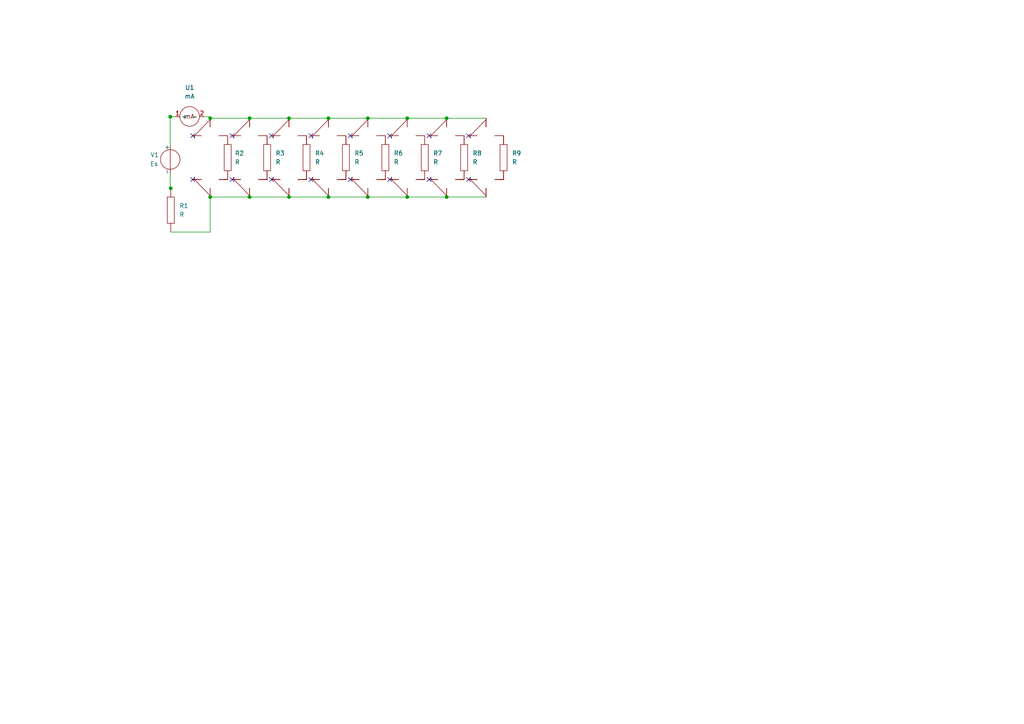
<source format=kicad_sch>
(kicad_sch (version 20211123) (generator eeschema)

  (uuid d985f867-0dc3-4505-8971-92ded53a25e3)

  (paper "A4")

  (lib_symbols
    (symbol "Rly_1" (pin_numbers hide) (pin_names hide) (in_bom yes) (on_board yes)
      (property "Reference" "U" (id 0) (at -3.6576 -1.5748 0)
        (effects (font (size 1.27 1.27)))
      )
      (property "Value" "Rly_1" (id 1) (at 0.254 -2.8956 0)
        (effects (font (size 1.27 1.27)))
      )
      (property "Footprint" "" (id 2) (at 0 0 0)
        (effects (font (size 1.27 1.27)) hide)
      )
      (property "Datasheet" "" (id 3) (at 0 0 0)
        (effects (font (size 1.27 1.27)) hide)
      )
      (symbol "Rly_1_0_1"
        (polyline
          (pts
            (xy -5.08 0)
            (xy -3.9116 0)
          )
          (stroke (width 0) (type default) (color 0 0 0 0))
          (fill (type none))
        )
        (polyline
          (pts
            (xy 3.9116 0)
            (xy 5.08 0)
          )
          (stroke (width 0) (type default) (color 0 0 0 0))
          (fill (type none))
        )
        (polyline
          (pts
            (xy 0 4.6736)
            (xy -4.572 0)
            (xy -4.572 -0.7112)
          )
          (stroke (width 0) (type default) (color 0 0 0 0))
          (fill (type none))
        )
      )
      (symbol "Rly_1_1_1"
        (pin passive line (at 0 5.08 270) (length 2.54)
          (name "Com" (effects (font (size 1.27 1.27))))
          (number "1" (effects (font (size 1.27 1.27))))
        )
        (pin passive line (at -5.08 0 0) (length 2.54)
          (name "NC" (effects (font (size 1.27 1.27))))
          (number "2" (effects (font (size 1.27 1.27))))
        )
        (pin passive line (at 5.08 0 180) (length 2.54)
          (name "NO" (effects (font (size 1.27 1.27))))
          (number "3" (effects (font (size 1.27 1.27))))
        )
      )
    )
    (symbol "Rly_2" (pin_numbers hide) (pin_names hide) (in_bom yes) (on_board yes)
      (property "Reference" "U" (id 0) (at -3.6576 -1.5748 0)
        (effects (font (size 1.27 1.27)))
      )
      (property "Value" "Rly_2" (id 1) (at 0.254 -2.8956 0)
        (effects (font (size 1.27 1.27)))
      )
      (property "Footprint" "" (id 2) (at 0 0 0)
        (effects (font (size 1.27 1.27)) hide)
      )
      (property "Datasheet" "" (id 3) (at 0 0 0)
        (effects (font (size 1.27 1.27)) hide)
      )
      (symbol "Rly_2_0_1"
        (polyline
          (pts
            (xy -5.08 0)
            (xy -3.9116 0)
          )
          (stroke (width 0) (type default) (color 0 0 0 0))
          (fill (type none))
        )
        (polyline
          (pts
            (xy 3.9116 0)
            (xy 5.08 0)
          )
          (stroke (width 0) (type default) (color 0 0 0 0))
          (fill (type none))
        )
        (polyline
          (pts
            (xy 0 4.6736)
            (xy -4.572 0)
            (xy -4.572 -0.7112)
          )
          (stroke (width 0) (type default) (color 0 0 0 0))
          (fill (type none))
        )
      )
      (symbol "Rly_2_1_1"
        (pin passive line (at 0 5.08 270) (length 2.54)
          (name "Com" (effects (font (size 1.27 1.27))))
          (number "1" (effects (font (size 1.27 1.27))))
        )
        (pin passive line (at -5.08 0 0) (length 2.54)
          (name "NC" (effects (font (size 1.27 1.27))))
          (number "2" (effects (font (size 1.27 1.27))))
        )
        (pin passive line (at 5.08 0 180) (length 2.54)
          (name "NO" (effects (font (size 1.27 1.27))))
          (number "3" (effects (font (size 1.27 1.27))))
        )
      )
    )
    (symbol "pspice:R" (pin_numbers hide) (pin_names (offset 0)) (in_bom yes) (on_board yes)
      (property "Reference" "R" (id 0) (at 2.032 0 90)
        (effects (font (size 1.27 1.27)))
      )
      (property "Value" "R" (id 1) (at 0 0 90)
        (effects (font (size 1.27 1.27)))
      )
      (property "Footprint" "" (id 2) (at 0 0 0)
        (effects (font (size 1.27 1.27)) hide)
      )
      (property "Datasheet" "~" (id 3) (at 0 0 0)
        (effects (font (size 1.27 1.27)) hide)
      )
      (property "ki_keywords" "resistor simulation" (id 4) (at 0 0 0)
        (effects (font (size 1.27 1.27)) hide)
      )
      (property "ki_description" "Resistor symbol for simulation only" (id 5) (at 0 0 0)
        (effects (font (size 1.27 1.27)) hide)
      )
      (symbol "R_0_1"
        (rectangle (start -1.016 3.81) (end 1.016 -3.81)
          (stroke (width 0) (type default) (color 0 0 0 0))
          (fill (type none))
        )
      )
      (symbol "R_1_1"
        (pin passive line (at 0 6.35 270) (length 2.54)
          (name "~" (effects (font (size 1.27 1.27))))
          (number "1" (effects (font (size 1.27 1.27))))
        )
        (pin passive line (at 0 -6.35 90) (length 2.54)
          (name "~" (effects (font (size 1.27 1.27))))
          (number "2" (effects (font (size 1.27 1.27))))
        )
      )
    )
    (symbol "test2021:Es" (pin_numbers hide) (pin_names (offset 0)) (in_bom yes) (on_board yes)
      (property "Reference" "V" (id 0) (at -3.5306 2.667 0)
        (effects (font (size 1.27 1.27)))
      )
      (property "Value" "Es" (id 1) (at -2.9972 -3.3782 0)
        (effects (font (size 1.27 1.27)))
      )
      (property "Footprint" "" (id 2) (at -1.778 -0.0508 90)
        (effects (font (size 1.27 1.27)) hide)
      )
      (property "Datasheet" "~" (id 3) (at -3.5306 -1.1176 0)
        (effects (font (size 1.27 1.27)) hide)
      )
      (property "ki_keywords" "R res resistor" (id 4) (at 0 0 0)
        (effects (font (size 1.27 1.27)) hide)
      )
      (property "ki_description" "Resistor" (id 5) (at 0 0 0)
        (effects (font (size 1.27 1.27)) hide)
      )
      (property "ki_fp_filters" "R_*" (id 6) (at 0 0 0)
        (effects (font (size 1.27 1.27)) hide)
      )
      (symbol "Es_0_1"
        (circle (center 0 -0.0508) (radius 2.8398)
          (stroke (width 0) (type default) (color 0 0 0 0))
          (fill (type none))
        )
        (polyline
          (pts
            (xy 0 2.7686)
            (xy 0 2.7686)
          )
          (stroke (width 0) (type default) (color 0 0 0 0))
          (fill (type none))
        )
        (polyline
          (pts
            (xy 0 2.794)
            (xy 0 -2.921)
          )
          (stroke (width 0) (type default) (color 0 0 0 0))
          (fill (type none))
        )
      )
      (symbol "Es_1_1"
        (pin passive line (at 0 4.0894 270) (length 1.27)
          (name "+" (effects (font (size 1.27 1.27))))
          (number "1" (effects (font (size 1.27 1.27))))
        )
        (pin passive line (at 0 -4.2164 90) (length 1.27)
          (name "-" (effects (font (size 1.27 1.27))))
          (number "2" (effects (font (size 1.27 1.27))))
        )
      )
    )
    (symbol "test2021:mA" (in_bom yes) (on_board yes)
      (property "Reference" "U" (id 0) (at -1.1176 -3.556 0)
        (effects (font (size 1.27 1.27)))
      )
      (property "Value" "mA" (id 1) (at -4.6736 3.7592 0)
        (effects (font (size 1.27 1.27)))
      )
      (property "Footprint" "" (id 2) (at 0 0.0254 0)
        (effects (font (size 1.27 1.27)) hide)
      )
      (property "Datasheet" "" (id 3) (at 0 0.0254 0)
        (effects (font (size 1.27 1.27)) hide)
      )
      (symbol "mA_0_0"
        (text "mA" (at -0.1016 0.0508 0)
          (effects (font (size 1.27 1.27)))
        )
      )
      (symbol "mA_0_1"
        (circle (center -0.1143 0.0635) (radius 2.8398)
          (stroke (width 0) (type default) (color 0 0 0 0))
          (fill (type none))
        )
        (polyline
          (pts
            (xy -2.9337 0.0635)
            (xy -2.9337 0.0635)
          )
          (stroke (width 0) (type default) (color 0 0 0 0))
          (fill (type none))
        )
      )
      (symbol "mA_1_1"
        (pin passive line (at -4.2672 0 0) (length 1.27)
          (name "+" (effects (font (size 1.27 1.27))))
          (number "1" (effects (font (size 1.27 1.27))))
        )
        (pin passive line (at 4.064 0 180) (length 1.27)
          (name "-" (effects (font (size 1.27 1.27))))
          (number "2" (effects (font (size 1.27 1.27))))
        )
      )
    )
  )

  (junction (at 60.96 34.29) (diameter 0) (color 0 0 0 0)
    (uuid 321ccd52-7ccd-4cf4-841f-ab87e8b442f1)
  )
  (junction (at 95.25 34.29) (diameter 0) (color 0 0 0 0)
    (uuid 366b227a-6479-4da7-a423-686e7f1bad41)
  )
  (junction (at 60.96 57.15) (diameter 0) (color 0 0 0 0)
    (uuid 389025c2-28d5-4fb3-9ea9-1d842404f34a)
  )
  (junction (at 49.53 54.61) (diameter 0) (color 0 0 0 0)
    (uuid 4320c7e9-353a-4854-a78c-9c8179f82ffd)
  )
  (junction (at 118.11 34.29) (diameter 0) (color 0 0 0 0)
    (uuid 4c36abc7-22bd-42b4-9171-915c5b988f23)
  )
  (junction (at 49.3776 33.8582) (diameter 0) (color 0 0 0 0)
    (uuid 5958a3f7-d19f-4e89-a31f-6114d44db07d)
  )
  (junction (at 129.54 34.29) (diameter 0) (color 0 0 0 0)
    (uuid 668182bb-3536-4256-b24d-db43991fd84e)
  )
  (junction (at 129.54 57.15) (diameter 0) (color 0 0 0 0)
    (uuid 735449fc-b3e1-4c27-a95c-82e35fe1f659)
  )
  (junction (at 83.82 34.29) (diameter 0) (color 0 0 0 0)
    (uuid 833f6c7e-91e9-4ef4-ab57-444e4c589ac6)
  )
  (junction (at 83.82 57.15) (diameter 0) (color 0 0 0 0)
    (uuid 9800269c-138f-4b10-b6ec-33f31787109e)
  )
  (junction (at 106.68 57.15) (diameter 0) (color 0 0 0 0)
    (uuid a0951a0f-d1dc-4942-8493-f10eff6f342d)
  )
  (junction (at 72.39 57.15) (diameter 0) (color 0 0 0 0)
    (uuid a6762649-c721-48f6-a04c-9b37e3f87359)
  )
  (junction (at 72.39 34.29) (diameter 0) (color 0 0 0 0)
    (uuid af7d99ba-c486-4aef-b0e4-47f086733749)
  )
  (junction (at 118.11 57.15) (diameter 0) (color 0 0 0 0)
    (uuid b8ebb919-9c24-4ace-b780-fd42092f922d)
  )
  (junction (at 106.68 34.29) (diameter 0) (color 0 0 0 0)
    (uuid ca81c09a-f32e-4111-8c3d-9e909ac34475)
  )
  (junction (at 49.403 33.8582) (diameter 0) (color 0 0 0 0)
    (uuid da516034-5c5d-46b5-9d77-f5e980cdb6c8)
  )
  (junction (at 95.25 57.15) (diameter 0) (color 0 0 0 0)
    (uuid db2d995a-f313-4ca3-9324-71e639241ce7)
  )

  (no_connect (at 55.88 39.37) (uuid 1fb1b1b5-cfe0-4f47-98b1-78723282e652))
  (no_connect (at 67.31 52.07) (uuid 1fb1b1b5-cfe0-4f47-98b1-78723282e652))
  (no_connect (at 90.17 39.37) (uuid 1fb1b1b5-cfe0-4f47-98b1-78723282e652))
  (no_connect (at 78.74 52.07) (uuid 1fb1b1b5-cfe0-4f47-98b1-78723282e652))
  (no_connect (at 78.74 39.37) (uuid 1fb1b1b5-cfe0-4f47-98b1-78723282e652))
  (no_connect (at 55.88 52.07) (uuid 1fb1b1b5-cfe0-4f47-98b1-78723282e652))
  (no_connect (at 67.31 39.37) (uuid 1fb1b1b5-cfe0-4f47-98b1-78723282e652))
  (no_connect (at 90.17 52.07) (uuid 1fb1b1b5-cfe0-4f47-98b1-78723282e652))
  (no_connect (at 124.46 39.37) (uuid 1fb1b1b5-cfe0-4f47-98b1-78723282e652))
  (no_connect (at 135.89 39.37) (uuid 1fb1b1b5-cfe0-4f47-98b1-78723282e652))
  (no_connect (at 113.03 52.07) (uuid 1fb1b1b5-cfe0-4f47-98b1-78723282e652))
  (no_connect (at 135.89 52.07) (uuid 1fb1b1b5-cfe0-4f47-98b1-78723282e652))
  (no_connect (at 124.46 52.07) (uuid 1fb1b1b5-cfe0-4f47-98b1-78723282e652))
  (no_connect (at 101.6 52.07) (uuid 1fb1b1b5-cfe0-4f47-98b1-78723282e652))
  (no_connect (at 101.6 39.37) (uuid 1fb1b1b5-cfe0-4f47-98b1-78723282e652))
  (no_connect (at 113.03 39.37) (uuid 1fb1b1b5-cfe0-4f47-98b1-78723282e652))

  (wire (pts (xy 95.25 34.29) (xy 106.68 34.29))
    (stroke (width 0) (type default) (color 0 0 0 0))
    (uuid 0334d7b4-8262-45ea-8b57-63cab264b6af)
  )
  (wire (pts (xy 95.25 57.15) (xy 106.68 57.15))
    (stroke (width 0) (type default) (color 0 0 0 0))
    (uuid 0e5ee28a-4f9f-49b4-97eb-2680bb1aec08)
  )
  (wire (pts (xy 49.3776 50.419) (xy 49.3776 54.61))
    (stroke (width 0) (type default) (color 0 0 0 0))
    (uuid 1856ee98-ea09-4055-bc44-9f10141f578f)
  )
  (wire (pts (xy 129.54 57.15) (xy 140.97 57.15))
    (stroke (width 0) (type default) (color 0 0 0 0))
    (uuid 1da64c81-c8f1-41d3-afca-9d5ebfdeb50c)
  )
  (wire (pts (xy 49.3776 33.8582) (xy 49.403 33.8582))
    (stroke (width 0) (type default) (color 0 0 0 0))
    (uuid 22293862-f904-4e5c-90e8-0230c34dbf8c)
  )
  (wire (pts (xy 83.82 57.15) (xy 95.25 57.15))
    (stroke (width 0) (type default) (color 0 0 0 0))
    (uuid 2c030bf6-3f4b-49db-90d3-06ae67804aaf)
  )
  (wire (pts (xy 49.53 67.31) (xy 60.96 67.31))
    (stroke (width 0) (type default) (color 0 0 0 0))
    (uuid 50567413-9c5f-41dc-80c1-2d21e3369b69)
  )
  (wire (pts (xy 60.96 57.15) (xy 60.96 67.31))
    (stroke (width 0) (type default) (color 0 0 0 0))
    (uuid 57c2ec0e-2ada-45c6-a80d-527313bf7934)
  )
  (wire (pts (xy 72.39 34.29) (xy 83.82 34.29))
    (stroke (width 0) (type default) (color 0 0 0 0))
    (uuid 75efcb87-729a-4689-8f96-742f348a378e)
  )
  (wire (pts (xy 49.3776 42.1132) (xy 49.3776 33.8582))
    (stroke (width 0) (type default) (color 0 0 0 0))
    (uuid 7afe676b-a9d6-4a50-930c-2afb540304a6)
  )
  (wire (pts (xy 118.11 34.29) (xy 129.54 34.29))
    (stroke (width 0) (type default) (color 0 0 0 0))
    (uuid 7c2c86a1-0ad7-45b5-abc7-26a22339d972)
  )
  (wire (pts (xy 59.182 33.8328) (xy 60.96 33.8328))
    (stroke (width 0) (type default) (color 0 0 0 0))
    (uuid 9b068f68-b8a4-4be0-9c8d-1b53087c23aa)
  )
  (wire (pts (xy 83.82 34.29) (xy 95.25 34.29))
    (stroke (width 0) (type default) (color 0 0 0 0))
    (uuid afd4f5e5-c688-42eb-b56b-558e470b68cf)
  )
  (wire (pts (xy 49.3776 54.61) (xy 49.53 54.61))
    (stroke (width 0) (type default) (color 0 0 0 0))
    (uuid be78cb07-856c-4991-821e-7c16736a51f3)
  )
  (wire (pts (xy 129.54 34.29) (xy 140.97 34.29))
    (stroke (width 0) (type default) (color 0 0 0 0))
    (uuid c23ae2a4-e251-4295-8ef8-4e5e147e6b0f)
  )
  (wire (pts (xy 60.96 57.15) (xy 72.39 57.15))
    (stroke (width 0) (type default) (color 0 0 0 0))
    (uuid c2402c5f-e347-41cd-a2d9-7c0a695346f5)
  )
  (wire (pts (xy 118.11 57.15) (xy 129.54 57.15))
    (stroke (width 0) (type default) (color 0 0 0 0))
    (uuid c6005ed9-8800-4b4c-9297-3dce6e6a3062)
  )
  (wire (pts (xy 72.39 57.15) (xy 83.82 57.15))
    (stroke (width 0) (type default) (color 0 0 0 0))
    (uuid d1fe365c-64d1-4de5-8442-c59d9fce7bc9)
  )
  (wire (pts (xy 106.68 57.15) (xy 118.11 57.15))
    (stroke (width 0) (type default) (color 0 0 0 0))
    (uuid dfee6f7c-6dc9-46a3-bb85-dd78c373e6fd)
  )
  (wire (pts (xy 49.3776 33.8582) (xy 50.8508 33.8328))
    (stroke (width 0) (type default) (color 0 0 0 0))
    (uuid e239b0fa-13f3-4c32-b60f-226874e04eb1)
  )
  (wire (pts (xy 60.96 34.29) (xy 72.39 34.29))
    (stroke (width 0) (type default) (color 0 0 0 0))
    (uuid e499e738-8cab-4187-b4ce-a20b030e6d75)
  )
  (wire (pts (xy 106.68 34.29) (xy 118.11 34.29))
    (stroke (width 0) (type default) (color 0 0 0 0))
    (uuid f0104375-d50f-4f1c-932f-9c8a7546b7cf)
  )
  (wire (pts (xy 60.96 33.8328) (xy 60.96 34.29))
    (stroke (width 0) (type default) (color 0 0 0 0))
    (uuid f7459467-5f0a-4b06-acb7-1eeee1b52eef)
  )

  (symbol (lib_name "Rly_2") (lib_id "test2021:Rly") (at 72.39 52.07 0) (mirror x) (unit 1)
    (in_bom yes) (on_board yes) (fields_autoplaced)
    (uuid 034894f5-4407-4fb0-bdc4-a6e211ba76c8)
    (property "Reference" "U5" (id 0) (at 72.39 49.0728 0)
      (effects (font (size 1.27 1.27)) hide)
    )
    (property "Value" "Rly" (id 1) (at 72.39 46.5328 0)
      (effects (font (size 1.27 1.27)) hide)
    )
    (property "Footprint" "test2021:RLy" (id 2) (at 72.39 52.07 0)
      (effects (font (size 1.27 1.27)) hide)
    )
    (property "Datasheet" "" (id 3) (at 72.39 52.07 0)
      (effects (font (size 1.27 1.27)) hide)
    )
    (pin "1" (uuid d8eaf2ac-c9d5-43f2-974d-60629e6ff0b7))
    (pin "2" (uuid 04da0534-0320-4ce0-ade2-a94d488beaea))
    (pin "3" (uuid 0b442404-250f-4536-b086-356522e9b228))
  )

  (symbol (lib_id "pspice:R") (at 100.33 45.72 0) (unit 1)
    (in_bom yes) (on_board yes) (fields_autoplaced)
    (uuid 053a2001-a323-4a92-954b-926c895b3907)
    (property "Reference" "R5" (id 0) (at 102.7684 44.4499 0)
      (effects (font (size 1.27 1.27)) (justify left))
    )
    (property "Value" "R" (id 1) (at 102.7684 46.9899 0)
      (effects (font (size 1.27 1.27)) (justify left))
    )
    (property "Footprint" "test2021:R" (id 2) (at 100.33 45.72 0)
      (effects (font (size 1.27 1.27)) hide)
    )
    (property "Datasheet" "~" (id 3) (at 100.33 45.72 0)
      (effects (font (size 1.27 1.27)) hide)
    )
    (pin "1" (uuid 524d52e0-d1ef-44c0-9b46-29ffd7f02e16))
    (pin "2" (uuid 2dee364a-b5af-42ab-a13e-c7a9a0d2395c))
  )

  (symbol (lib_id "pspice:R") (at 111.76 45.72 0) (unit 1)
    (in_bom yes) (on_board yes) (fields_autoplaced)
    (uuid 14436d47-05ae-4a09-9117-6a5ebea6fb9f)
    (property "Reference" "R6" (id 0) (at 114.1984 44.4499 0)
      (effects (font (size 1.27 1.27)) (justify left))
    )
    (property "Value" "R" (id 1) (at 114.1984 46.9899 0)
      (effects (font (size 1.27 1.27)) (justify left))
    )
    (property "Footprint" "test2021:R" (id 2) (at 111.76 45.72 0)
      (effects (font (size 1.27 1.27)) hide)
    )
    (property "Datasheet" "~" (id 3) (at 111.76 45.72 0)
      (effects (font (size 1.27 1.27)) hide)
    )
    (pin "1" (uuid 759ba365-3a47-41c9-b850-6765a971e105))
    (pin "2" (uuid 23c69bc0-5183-41c4-a5f2-5467dc63725e))
  )

  (symbol (lib_name "Rly_1") (lib_id "test2021:Rly") (at 106.68 39.37 0) (unit 1)
    (in_bom yes) (on_board yes) (fields_autoplaced)
    (uuid 2016dde7-f459-4119-a901-dbe9b35e2c9a)
    (property "Reference" "U10" (id 0) (at 106.68 42.3672 0)
      (effects (font (size 1.27 1.27)) hide)
    )
    (property "Value" "Rly" (id 1) (at 106.68 44.9072 0)
      (effects (font (size 1.27 1.27)) hide)
    )
    (property "Footprint" "test2021:RLy" (id 2) (at 106.68 39.37 0)
      (effects (font (size 1.27 1.27)) hide)
    )
    (property "Datasheet" "" (id 3) (at 106.68 39.37 0)
      (effects (font (size 1.27 1.27)) hide)
    )
    (pin "1" (uuid 3bd99b91-8a62-4ad4-8b22-9e4c2dcc64b8))
    (pin "2" (uuid 42a0d7d7-3536-49e9-b81f-73c6ad0e61ab))
    (pin "3" (uuid 7ee81b85-2304-4a1f-a4c5-91bc53a3a1cc))
  )

  (symbol (lib_name "Rly_1") (lib_id "test2021:Rly") (at 60.96 39.37 0) (unit 1)
    (in_bom yes) (on_board yes) (fields_autoplaced)
    (uuid 201cdc75-3996-4dcb-9778-16d66b2eeaff)
    (property "Reference" "U2" (id 0) (at 60.96 42.3672 0)
      (effects (font (size 1.27 1.27)) hide)
    )
    (property "Value" "Rly" (id 1) (at 60.96 44.9072 0)
      (effects (font (size 1.27 1.27)) hide)
    )
    (property "Footprint" "test2021:RLy" (id 2) (at 60.96 39.37 0)
      (effects (font (size 1.27 1.27)) hide)
    )
    (property "Datasheet" "" (id 3) (at 60.96 39.37 0)
      (effects (font (size 1.27 1.27)) hide)
    )
    (pin "1" (uuid 1f94f12b-8ede-4f92-9cda-61d79adf810e))
    (pin "2" (uuid f31a6455-4993-443c-acb5-3e1f8fd98794))
    (pin "3" (uuid f42d47ce-aa0a-40cb-88dd-974bf9f58266))
  )

  (symbol (lib_name "Rly_2") (lib_id "test2021:Rly") (at 106.68 52.07 0) (mirror x) (unit 1)
    (in_bom yes) (on_board yes) (fields_autoplaced)
    (uuid 2344c30b-9968-4235-9535-fabe9bd9eec7)
    (property "Reference" "U11" (id 0) (at 106.68 49.0728 0)
      (effects (font (size 1.27 1.27)) hide)
    )
    (property "Value" "Rly" (id 1) (at 106.68 46.5328 0)
      (effects (font (size 1.27 1.27)) hide)
    )
    (property "Footprint" "test2021:RLy" (id 2) (at 106.68 52.07 0)
      (effects (font (size 1.27 1.27)) hide)
    )
    (property "Datasheet" "" (id 3) (at 106.68 52.07 0)
      (effects (font (size 1.27 1.27)) hide)
    )
    (pin "1" (uuid e358e6c7-6240-4dce-8819-f21faeb81a85))
    (pin "2" (uuid 58897af7-17f4-4bd7-b176-a426325e628d))
    (pin "3" (uuid a0720be8-1e92-4acd-8b37-35821d1b6ab6))
  )

  (symbol (lib_id "pspice:R") (at 49.53 60.96 0) (unit 1)
    (in_bom yes) (on_board yes) (fields_autoplaced)
    (uuid 23b64fe4-daf5-463e-8d6c-843b3b8db5e2)
    (property "Reference" "R1" (id 0) (at 51.9684 59.6899 0)
      (effects (font (size 1.27 1.27)) (justify left))
    )
    (property "Value" "R" (id 1) (at 51.9684 62.2299 0)
      (effects (font (size 1.27 1.27)) (justify left))
    )
    (property "Footprint" "test2021:R" (id 2) (at 49.53 60.96 0)
      (effects (font (size 1.27 1.27)) hide)
    )
    (property "Datasheet" "~" (id 3) (at 49.53 60.96 0)
      (effects (font (size 1.27 1.27)) hide)
    )
    (pin "1" (uuid 3699ef8c-e55f-44e2-b336-225863e6ab77))
    (pin "2" (uuid 0ccc0c7c-07a2-46a3-8800-854f85fd5c70))
  )

  (symbol (lib_id "pspice:R") (at 123.19 45.72 0) (unit 1)
    (in_bom yes) (on_board yes) (fields_autoplaced)
    (uuid 2fcc5c72-e7a9-48b6-9e91-7f5d45462e58)
    (property "Reference" "R7" (id 0) (at 125.6284 44.4499 0)
      (effects (font (size 1.27 1.27)) (justify left))
    )
    (property "Value" "R" (id 1) (at 125.6284 46.9899 0)
      (effects (font (size 1.27 1.27)) (justify left))
    )
    (property "Footprint" "test2021:R" (id 2) (at 123.19 45.72 0)
      (effects (font (size 1.27 1.27)) hide)
    )
    (property "Datasheet" "~" (id 3) (at 123.19 45.72 0)
      (effects (font (size 1.27 1.27)) hide)
    )
    (pin "1" (uuid c9a70f23-81dc-479f-8ea0-3358849f6751))
    (pin "2" (uuid c5325a03-3c84-4bb0-ae84-243d95177f76))
  )

  (symbol (lib_id "test2021:mA") (at 55.118 33.8328 0) (unit 1)
    (in_bom yes) (on_board yes) (fields_autoplaced)
    (uuid 52e4ff3d-bcc8-4c71-bf0e-b0bc5522b10e)
    (property "Reference" "U1" (id 0) (at 55.0164 25.4 0))
    (property "Value" "mA" (id 1) (at 55.0164 27.94 0))
    (property "Footprint" "test2021:Multimeter" (id 2) (at 55.118 33.8074 0)
      (effects (font (size 1.27 1.27)) hide)
    )
    (property "Datasheet" "" (id 3) (at 55.118 33.8074 0)
      (effects (font (size 1.27 1.27)) hide)
    )
    (pin "1" (uuid caea4ccb-81cf-4785-9f2e-603c89d07968))
    (pin "2" (uuid 3c41f522-1fc2-4806-a742-b7759dcc557d))
  )

  (symbol (lib_name "Rly_1") (lib_id "test2021:Rly") (at 95.25 39.37 0) (unit 1)
    (in_bom yes) (on_board yes) (fields_autoplaced)
    (uuid 567c7fa1-7321-4fc3-b5fe-469c010ced06)
    (property "Reference" "U8" (id 0) (at 95.25 42.3672 0)
      (effects (font (size 1.27 1.27)) hide)
    )
    (property "Value" "Rly" (id 1) (at 95.25 44.9072 0)
      (effects (font (size 1.27 1.27)) hide)
    )
    (property "Footprint" "test2021:RLy" (id 2) (at 95.25 39.37 0)
      (effects (font (size 1.27 1.27)) hide)
    )
    (property "Datasheet" "" (id 3) (at 95.25 39.37 0)
      (effects (font (size 1.27 1.27)) hide)
    )
    (pin "1" (uuid af6161f5-b3cf-4894-85c3-99fe829308e3))
    (pin "2" (uuid 7bd2cd08-acf0-4390-a559-2e75a22386b8))
    (pin "3" (uuid 953b5926-ee21-4fa5-9aa1-7c6d4fa91368))
  )

  (symbol (lib_name "Rly_1") (lib_id "test2021:Rly") (at 140.97 39.37 0) (unit 1)
    (in_bom yes) (on_board yes) (fields_autoplaced)
    (uuid 5b480b81-ab53-4f7d-85f6-21d38cc2b9c5)
    (property "Reference" "U16" (id 0) (at 140.97 42.3672 0)
      (effects (font (size 1.27 1.27)) hide)
    )
    (property "Value" "Rly" (id 1) (at 140.97 44.9072 0)
      (effects (font (size 1.27 1.27)) hide)
    )
    (property "Footprint" "test2021:RLy" (id 2) (at 140.97 39.37 0)
      (effects (font (size 1.27 1.27)) hide)
    )
    (property "Datasheet" "" (id 3) (at 140.97 39.37 0)
      (effects (font (size 1.27 1.27)) hide)
    )
    (pin "1" (uuid 7f06a31c-9258-42b7-8703-6fb2daaa032a))
    (pin "2" (uuid 809a8be5-d351-4201-ab4a-3d0a442142c7))
    (pin "3" (uuid 195fe878-ff66-4197-8e75-6d8e75cbaf3a))
  )

  (symbol (lib_name "Rly_1") (lib_id "test2021:Rly") (at 118.11 39.37 0) (unit 1)
    (in_bom yes) (on_board yes) (fields_autoplaced)
    (uuid 61809edd-a4a7-461f-8d62-ddc28ddc2759)
    (property "Reference" "U12" (id 0) (at 118.11 42.3672 0)
      (effects (font (size 1.27 1.27)) hide)
    )
    (property "Value" "Rly" (id 1) (at 118.11 44.9072 0)
      (effects (font (size 1.27 1.27)) hide)
    )
    (property "Footprint" "test2021:RLy" (id 2) (at 118.11 39.37 0)
      (effects (font (size 1.27 1.27)) hide)
    )
    (property "Datasheet" "" (id 3) (at 118.11 39.37 0)
      (effects (font (size 1.27 1.27)) hide)
    )
    (pin "1" (uuid bd9c43cf-7d99-4477-9ca3-6e8dcab4e6e3))
    (pin "2" (uuid 577c3d6e-12d8-4d74-9dc0-ea65e2f52428))
    (pin "3" (uuid 883f1c8a-47e6-4309-9850-f3ce948717df))
  )

  (symbol (lib_name "Rly_2") (lib_id "test2021:Rly") (at 140.97 52.07 0) (mirror x) (unit 1)
    (in_bom yes) (on_board yes) (fields_autoplaced)
    (uuid 63bbd610-732b-4c4f-bdb4-54741448eb80)
    (property "Reference" "U17" (id 0) (at 140.97 49.0728 0)
      (effects (font (size 1.27 1.27)) hide)
    )
    (property "Value" "Rly" (id 1) (at 140.97 46.5328 0)
      (effects (font (size 1.27 1.27)) hide)
    )
    (property "Footprint" "test2021:RLy" (id 2) (at 140.97 52.07 0)
      (effects (font (size 1.27 1.27)) hide)
    )
    (property "Datasheet" "" (id 3) (at 140.97 52.07 0)
      (effects (font (size 1.27 1.27)) hide)
    )
    (pin "1" (uuid 9e1ed11b-75ce-44bb-8b2a-9478f90ed137))
    (pin "2" (uuid d350149d-9dab-40db-89e4-29613ea51b01))
    (pin "3" (uuid 0547bcbf-4471-42e6-aad9-f6eb7028be4c))
  )

  (symbol (lib_id "pspice:R") (at 134.62 45.72 0) (unit 1)
    (in_bom yes) (on_board yes) (fields_autoplaced)
    (uuid 821dda49-bbd8-4af5-a2b0-2658b43d81ac)
    (property "Reference" "R8" (id 0) (at 137.0584 44.4499 0)
      (effects (font (size 1.27 1.27)) (justify left))
    )
    (property "Value" "R" (id 1) (at 137.0584 46.9899 0)
      (effects (font (size 1.27 1.27)) (justify left))
    )
    (property "Footprint" "test2021:R" (id 2) (at 134.62 45.72 0)
      (effects (font (size 1.27 1.27)) hide)
    )
    (property "Datasheet" "~" (id 3) (at 134.62 45.72 0)
      (effects (font (size 1.27 1.27)) hide)
    )
    (pin "1" (uuid 9ec84488-5ea8-4772-b811-b92232e74f8b))
    (pin "2" (uuid f331d31f-2cdb-4f5d-81d0-6340adfd8224))
  )

  (symbol (lib_id "pspice:R") (at 88.9 45.72 0) (unit 1)
    (in_bom yes) (on_board yes) (fields_autoplaced)
    (uuid 85c493ed-2ace-444b-af54-597f9a14faf4)
    (property "Reference" "R4" (id 0) (at 91.3384 44.4499 0)
      (effects (font (size 1.27 1.27)) (justify left))
    )
    (property "Value" "R" (id 1) (at 91.3384 46.9899 0)
      (effects (font (size 1.27 1.27)) (justify left))
    )
    (property "Footprint" "test2021:R" (id 2) (at 88.9 45.72 0)
      (effects (font (size 1.27 1.27)) hide)
    )
    (property "Datasheet" "~" (id 3) (at 88.9 45.72 0)
      (effects (font (size 1.27 1.27)) hide)
    )
    (pin "1" (uuid a2c5bc17-beb0-4809-bf02-ef911ceebe86))
    (pin "2" (uuid c59c8269-4cdc-48eb-b6df-8f347e34ae2b))
  )

  (symbol (lib_id "pspice:R") (at 146.05 45.72 0) (unit 1)
    (in_bom yes) (on_board yes) (fields_autoplaced)
    (uuid 8bee980b-abfa-44f8-aaf4-e16b2ce705bd)
    (property "Reference" "R9" (id 0) (at 148.4884 44.4499 0)
      (effects (font (size 1.27 1.27)) (justify left))
    )
    (property "Value" "R" (id 1) (at 148.4884 46.9899 0)
      (effects (font (size 1.27 1.27)) (justify left))
    )
    (property "Footprint" "test2021:R" (id 2) (at 146.05 45.72 0)
      (effects (font (size 1.27 1.27)) hide)
    )
    (property "Datasheet" "~" (id 3) (at 146.05 45.72 0)
      (effects (font (size 1.27 1.27)) hide)
    )
    (pin "1" (uuid 3837340f-f7ed-4494-b89b-634774dfe71f))
    (pin "2" (uuid 71d820e6-9f14-4000-8982-10efd12e11cd))
  )

  (symbol (lib_name "Rly_2") (lib_id "test2021:Rly") (at 83.82 52.07 0) (mirror x) (unit 1)
    (in_bom yes) (on_board yes) (fields_autoplaced)
    (uuid a79a286c-ce36-42a5-9633-ee531d8497ef)
    (property "Reference" "U7" (id 0) (at 83.82 49.0728 0)
      (effects (font (size 1.27 1.27)) hide)
    )
    (property "Value" "Rly" (id 1) (at 83.82 46.5328 0)
      (effects (font (size 1.27 1.27)) hide)
    )
    (property "Footprint" "test2021:RLy" (id 2) (at 83.82 52.07 0)
      (effects (font (size 1.27 1.27)) hide)
    )
    (property "Datasheet" "" (id 3) (at 83.82 52.07 0)
      (effects (font (size 1.27 1.27)) hide)
    )
    (pin "1" (uuid 345ed130-9acc-467d-acac-44fffe96b58e))
    (pin "2" (uuid ae5128a7-43a9-449b-9ca1-e96bcc09f96b))
    (pin "3" (uuid 90dec350-2acd-4fa6-b004-e8f7bd207725))
  )

  (symbol (lib_name "Rly_1") (lib_id "test2021:Rly") (at 83.82 39.37 0) (unit 1)
    (in_bom yes) (on_board yes) (fields_autoplaced)
    (uuid af630ed1-9314-415b-8616-b1cf0f7fe952)
    (property "Reference" "U6" (id 0) (at 83.82 42.3672 0)
      (effects (font (size 1.27 1.27)) hide)
    )
    (property "Value" "Rly" (id 1) (at 83.82 44.9072 0)
      (effects (font (size 1.27 1.27)) hide)
    )
    (property "Footprint" "test2021:RLy" (id 2) (at 83.82 39.37 0)
      (effects (font (size 1.27 1.27)) hide)
    )
    (property "Datasheet" "" (id 3) (at 83.82 39.37 0)
      (effects (font (size 1.27 1.27)) hide)
    )
    (pin "1" (uuid 8885a14c-651d-4f02-b107-7de87b7037a6))
    (pin "2" (uuid 092ad2e1-3e9e-440f-9658-9ca8bdb11b39))
    (pin "3" (uuid befa32ab-ecec-415f-a690-11c922fe246f))
  )

  (symbol (lib_name "Rly_2") (lib_id "test2021:Rly") (at 95.25 52.07 0) (mirror x) (unit 1)
    (in_bom yes) (on_board yes) (fields_autoplaced)
    (uuid b22bb29e-df03-43ff-9cb1-41510ef166f3)
    (property "Reference" "U9" (id 0) (at 95.25 49.0728 0)
      (effects (font (size 1.27 1.27)) hide)
    )
    (property "Value" "Rly" (id 1) (at 95.25 46.5328 0)
      (effects (font (size 1.27 1.27)) hide)
    )
    (property "Footprint" "test2021:RLy" (id 2) (at 95.25 52.07 0)
      (effects (font (size 1.27 1.27)) hide)
    )
    (property "Datasheet" "" (id 3) (at 95.25 52.07 0)
      (effects (font (size 1.27 1.27)) hide)
    )
    (pin "1" (uuid 2daa0f30-cac3-43dd-971b-b0dbbbb9db12))
    (pin "2" (uuid 1568a844-e8ad-430d-ad42-15a6b742686d))
    (pin "3" (uuid c963338b-2a55-4bab-a188-ce74204ac158))
  )

  (symbol (lib_name "Rly_1") (lib_id "test2021:Rly") (at 129.54 39.37 0) (unit 1)
    (in_bom yes) (on_board yes) (fields_autoplaced)
    (uuid b66b95ee-30ad-4b8c-946a-fea00ddc9aef)
    (property "Reference" "U14" (id 0) (at 129.54 42.3672 0)
      (effects (font (size 1.27 1.27)) hide)
    )
    (property "Value" "Rly" (id 1) (at 129.54 44.9072 0)
      (effects (font (size 1.27 1.27)) hide)
    )
    (property "Footprint" "test2021:RLy" (id 2) (at 129.54 39.37 0)
      (effects (font (size 1.27 1.27)) hide)
    )
    (property "Datasheet" "" (id 3) (at 129.54 39.37 0)
      (effects (font (size 1.27 1.27)) hide)
    )
    (pin "1" (uuid defea674-8390-488d-a3e4-cabf32f214b9))
    (pin "2" (uuid 365e9eab-d0a3-40e7-a813-b27f3e94a1cc))
    (pin "3" (uuid 05dd46c7-e492-420f-a820-f2c2be0544fc))
  )

  (symbol (lib_name "Rly_2") (lib_id "test2021:Rly") (at 129.54 52.07 0) (mirror x) (unit 1)
    (in_bom yes) (on_board yes) (fields_autoplaced)
    (uuid b6c4e28b-8717-45eb-8d14-68301c069ab8)
    (property "Reference" "U15" (id 0) (at 129.54 49.0728 0)
      (effects (font (size 1.27 1.27)) hide)
    )
    (property "Value" "Rly" (id 1) (at 129.54 46.5328 0)
      (effects (font (size 1.27 1.27)) hide)
    )
    (property "Footprint" "test2021:RLy" (id 2) (at 129.54 52.07 0)
      (effects (font (size 1.27 1.27)) hide)
    )
    (property "Datasheet" "" (id 3) (at 129.54 52.07 0)
      (effects (font (size 1.27 1.27)) hide)
    )
    (pin "1" (uuid e41de3c5-3414-4dfe-b9f5-9b918084d356))
    (pin "2" (uuid bcedc6d1-758c-42cd-90e9-5960475e10a9))
    (pin "3" (uuid 218c29f6-f47f-4a03-8bd7-378a428ddd6e))
  )

  (symbol (lib_id "test2021:Es") (at 49.3776 46.2026 0) (unit 1)
    (in_bom yes) (on_board yes)
    (uuid c19c13c5-3709-4955-80c1-9261b5210f3b)
    (property "Reference" "V1" (id 0) (at 43.5864 44.9326 0)
      (effects (font (size 1.27 1.27)) (justify left))
    )
    (property "Value" "Es" (id 1) (at 43.5102 47.5234 0)
      (effects (font (size 1.27 1.27)) (justify left))
    )
    (property "Footprint" "test2021:Vs" (id 2) (at 47.5996 46.2534 90)
      (effects (font (size 1.27 1.27)) hide)
    )
    (property "Datasheet" "~" (id 3) (at 45.847 47.3202 0)
      (effects (font (size 1.27 1.27)) hide)
    )
    (pin "1" (uuid c7fcbaf4-01c5-45f7-83cb-57d1f96452b2))
    (pin "2" (uuid 7c3976e2-8332-4437-b1f5-24373d8b4cea))
  )

  (symbol (lib_id "pspice:R") (at 77.47 45.72 0) (unit 1)
    (in_bom yes) (on_board yes) (fields_autoplaced)
    (uuid d068c518-fdca-4b1f-8cf2-ee735fab1df8)
    (property "Reference" "R3" (id 0) (at 79.9084 44.4499 0)
      (effects (font (size 1.27 1.27)) (justify left))
    )
    (property "Value" "R" (id 1) (at 79.9084 46.9899 0)
      (effects (font (size 1.27 1.27)) (justify left))
    )
    (property "Footprint" "test2021:R" (id 2) (at 77.47 45.72 0)
      (effects (font (size 1.27 1.27)) hide)
    )
    (property "Datasheet" "~" (id 3) (at 77.47 45.72 0)
      (effects (font (size 1.27 1.27)) hide)
    )
    (pin "1" (uuid 6346ea50-c577-4d81-bdfa-673d6084a179))
    (pin "2" (uuid 78add984-2773-48d1-b5f3-656f9173f9dc))
  )

  (symbol (lib_name "Rly_2") (lib_id "test2021:Rly") (at 118.11 52.07 0) (mirror x) (unit 1)
    (in_bom yes) (on_board yes) (fields_autoplaced)
    (uuid dc81058b-71f7-4b56-bfa0-4208755fc49d)
    (property "Reference" "U13" (id 0) (at 118.11 49.0728 0)
      (effects (font (size 1.27 1.27)) hide)
    )
    (property "Value" "Rly" (id 1) (at 118.11 46.5328 0)
      (effects (font (size 1.27 1.27)) hide)
    )
    (property "Footprint" "test2021:RLy" (id 2) (at 118.11 52.07 0)
      (effects (font (size 1.27 1.27)) hide)
    )
    (property "Datasheet" "" (id 3) (at 118.11 52.07 0)
      (effects (font (size 1.27 1.27)) hide)
    )
    (pin "1" (uuid a9a7dd44-0256-46bd-a89f-ef63b37ee947))
    (pin "2" (uuid 1b0e6fe2-3f2b-4383-b30b-07c2d6fd33ac))
    (pin "3" (uuid dd8e37fa-43f7-4bf8-a308-96115bcbda00))
  )

  (symbol (lib_id "pspice:R") (at 66.04 45.72 0) (unit 1)
    (in_bom yes) (on_board yes)
    (uuid ec5804f1-e2b4-4272-9adf-beeefba8d733)
    (property "Reference" "R2" (id 0) (at 68.0974 44.4753 0)
      (effects (font (size 1.27 1.27)) (justify left))
    )
    (property "Value" "R" (id 1) (at 68.0974 47.0153 0)
      (effects (font (size 1.27 1.27)) (justify left))
    )
    (property "Footprint" "test2021:R" (id 2) (at 66.04 45.72 0)
      (effects (font (size 1.27 1.27)) hide)
    )
    (property "Datasheet" "~" (id 3) (at 66.04 45.72 0)
      (effects (font (size 1.27 1.27)) hide)
    )
    (pin "1" (uuid 266556af-d25e-4832-bc67-22d658342b92))
    (pin "2" (uuid a59d5890-1b8f-4139-a3f9-dd99ec39f3ff))
  )

  (symbol (lib_name "Rly_2") (lib_id "test2021:Rly") (at 60.96 52.07 0) (mirror x) (unit 1)
    (in_bom yes) (on_board yes) (fields_autoplaced)
    (uuid f02d7d54-cfef-490f-83e5-b46d1d848865)
    (property "Reference" "U3" (id 0) (at 60.96 49.0728 0)
      (effects (font (size 1.27 1.27)) hide)
    )
    (property "Value" "Rly" (id 1) (at 60.96 46.5328 0)
      (effects (font (size 1.27 1.27)) hide)
    )
    (property "Footprint" "test2021:RLy" (id 2) (at 60.96 52.07 0)
      (effects (font (size 1.27 1.27)) hide)
    )
    (property "Datasheet" "" (id 3) (at 60.96 52.07 0)
      (effects (font (size 1.27 1.27)) hide)
    )
    (pin "1" (uuid 608234b4-012a-4b17-bd68-77fad91c0923))
    (pin "2" (uuid 57483302-9261-4173-ae09-0a18c48bbe79))
    (pin "3" (uuid 139ad77a-659c-406a-a00f-25d5a52448ea))
  )

  (symbol (lib_name "Rly_1") (lib_id "test2021:Rly") (at 72.39 39.37 0) (unit 1)
    (in_bom yes) (on_board yes) (fields_autoplaced)
    (uuid f34cfe26-5a70-4b11-98dd-6353caec9dfb)
    (property "Reference" "U4" (id 0) (at 72.39 42.3672 0)
      (effects (font (size 1.27 1.27)) hide)
    )
    (property "Value" "Rly" (id 1) (at 72.39 44.9072 0)
      (effects (font (size 1.27 1.27)) hide)
    )
    (property "Footprint" "test2021:RLy" (id 2) (at 72.39 39.37 0)
      (effects (font (size 1.27 1.27)) hide)
    )
    (property "Datasheet" "" (id 3) (at 72.39 39.37 0)
      (effects (font (size 1.27 1.27)) hide)
    )
    (pin "1" (uuid 51cb3bda-2caa-4764-9f80-13d29ca204c1))
    (pin "2" (uuid d8026398-5023-46b6-8bb1-fbd20aa229da))
    (pin "3" (uuid ce8df8d1-4518-4cea-9de4-e75a2543814e))
  )

  (sheet_instances
    (path "/" (page "1"))
  )

  (symbol_instances
    (path "/23b64fe4-daf5-463e-8d6c-843b3b8db5e2"
      (reference "R1") (unit 1) (value "R") (footprint "test2021:R")
    )
    (path "/ec5804f1-e2b4-4272-9adf-beeefba8d733"
      (reference "R2") (unit 1) (value "R") (footprint "test2021:R")
    )
    (path "/d068c518-fdca-4b1f-8cf2-ee735fab1df8"
      (reference "R3") (unit 1) (value "R") (footprint "test2021:R")
    )
    (path "/85c493ed-2ace-444b-af54-597f9a14faf4"
      (reference "R4") (unit 1) (value "R") (footprint "test2021:R")
    )
    (path "/053a2001-a323-4a92-954b-926c895b3907"
      (reference "R5") (unit 1) (value "R") (footprint "test2021:R")
    )
    (path "/14436d47-05ae-4a09-9117-6a5ebea6fb9f"
      (reference "R6") (unit 1) (value "R") (footprint "test2021:R")
    )
    (path "/2fcc5c72-e7a9-48b6-9e91-7f5d45462e58"
      (reference "R7") (unit 1) (value "R") (footprint "test2021:R")
    )
    (path "/821dda49-bbd8-4af5-a2b0-2658b43d81ac"
      (reference "R8") (unit 1) (value "R") (footprint "test2021:R")
    )
    (path "/8bee980b-abfa-44f8-aaf4-e16b2ce705bd"
      (reference "R9") (unit 1) (value "R") (footprint "test2021:R")
    )
    (path "/52e4ff3d-bcc8-4c71-bf0e-b0bc5522b10e"
      (reference "U1") (unit 1) (value "mA") (footprint "test2021:Multimeter")
    )
    (path "/201cdc75-3996-4dcb-9778-16d66b2eeaff"
      (reference "U2") (unit 1) (value "Rly") (footprint "test2021:RLy")
    )
    (path "/f02d7d54-cfef-490f-83e5-b46d1d848865"
      (reference "U3") (unit 1) (value "Rly") (footprint "test2021:RLy")
    )
    (path "/f34cfe26-5a70-4b11-98dd-6353caec9dfb"
      (reference "U4") (unit 1) (value "Rly") (footprint "test2021:RLy")
    )
    (path "/034894f5-4407-4fb0-bdc4-a6e211ba76c8"
      (reference "U5") (unit 1) (value "Rly") (footprint "test2021:RLy")
    )
    (path "/af630ed1-9314-415b-8616-b1cf0f7fe952"
      (reference "U6") (unit 1) (value "Rly") (footprint "test2021:RLy")
    )
    (path "/a79a286c-ce36-42a5-9633-ee531d8497ef"
      (reference "U7") (unit 1) (value "Rly") (footprint "test2021:RLy")
    )
    (path "/567c7fa1-7321-4fc3-b5fe-469c010ced06"
      (reference "U8") (unit 1) (value "Rly") (footprint "test2021:RLy")
    )
    (path "/b22bb29e-df03-43ff-9cb1-41510ef166f3"
      (reference "U9") (unit 1) (value "Rly") (footprint "test2021:RLy")
    )
    (path "/2016dde7-f459-4119-a901-dbe9b35e2c9a"
      (reference "U10") (unit 1) (value "Rly") (footprint "test2021:RLy")
    )
    (path "/2344c30b-9968-4235-9535-fabe9bd9eec7"
      (reference "U11") (unit 1) (value "Rly") (footprint "test2021:RLy")
    )
    (path "/61809edd-a4a7-461f-8d62-ddc28ddc2759"
      (reference "U12") (unit 1) (value "Rly") (footprint "test2021:RLy")
    )
    (path "/dc81058b-71f7-4b56-bfa0-4208755fc49d"
      (reference "U13") (unit 1) (value "Rly") (footprint "test2021:RLy")
    )
    (path "/b66b95ee-30ad-4b8c-946a-fea00ddc9aef"
      (reference "U14") (unit 1) (value "Rly") (footprint "test2021:RLy")
    )
    (path "/b6c4e28b-8717-45eb-8d14-68301c069ab8"
      (reference "U15") (unit 1) (value "Rly") (footprint "test2021:RLy")
    )
    (path "/5b480b81-ab53-4f7d-85f6-21d38cc2b9c5"
      (reference "U16") (unit 1) (value "Rly") (footprint "test2021:RLy")
    )
    (path "/63bbd610-732b-4c4f-bdb4-54741448eb80"
      (reference "U17") (unit 1) (value "Rly") (footprint "test2021:RLy")
    )
    (path "/c19c13c5-3709-4955-80c1-9261b5210f3b"
      (reference "V1") (unit 1) (value "Es") (footprint "test2021:Vs")
    )
  )
)

</source>
